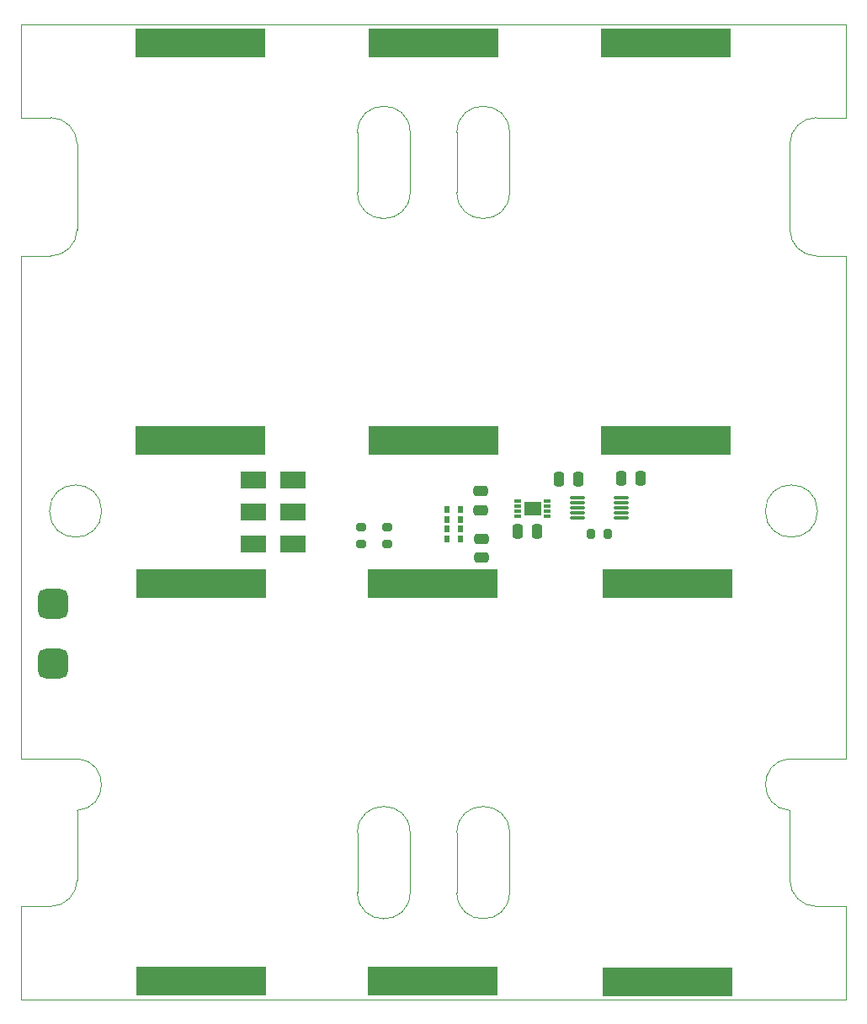
<source format=gbr>
%TF.GenerationSoftware,KiCad,Pcbnew,(6.0.9)*%
%TF.CreationDate,2023-01-30T20:43:42-08:00*%
%TF.ProjectId,solar-panel-NoCutout,736f6c61-722d-4706-916e-656c2d4e6f43,2.0*%
%TF.SameCoordinates,Original*%
%TF.FileFunction,Paste,Top*%
%TF.FilePolarity,Positive*%
%FSLAX46Y46*%
G04 Gerber Fmt 4.6, Leading zero omitted, Abs format (unit mm)*
G04 Created by KiCad (PCBNEW (6.0.9)) date 2023-01-30 20:43:42*
%MOMM*%
%LPD*%
G01*
G04 APERTURE LIST*
G04 Aperture macros list*
%AMRoundRect*
0 Rectangle with rounded corners*
0 $1 Rounding radius*
0 $2 $3 $4 $5 $6 $7 $8 $9 X,Y pos of 4 corners*
0 Add a 4 corners polygon primitive as box body*
4,1,4,$2,$3,$4,$5,$6,$7,$8,$9,$2,$3,0*
0 Add four circle primitives for the rounded corners*
1,1,$1+$1,$2,$3*
1,1,$1+$1,$4,$5*
1,1,$1+$1,$6,$7*
1,1,$1+$1,$8,$9*
0 Add four rect primitives between the rounded corners*
20,1,$1+$1,$2,$3,$4,$5,0*
20,1,$1+$1,$4,$5,$6,$7,0*
20,1,$1+$1,$6,$7,$8,$9,0*
20,1,$1+$1,$8,$9,$2,$3,0*%
G04 Aperture macros list end*
%TA.AperFunction,Profile*%
%ADD10C,0.050000*%
%TD*%
%ADD11R,0.750000X0.300000*%
%ADD12R,1.750000X1.450000*%
%ADD13R,13.000000X3.000000*%
%ADD14RoundRect,0.750000X0.750000X-0.750000X0.750000X0.750000X-0.750000X0.750000X-0.750000X-0.750000X0*%
%ADD15R,2.500000X1.700000*%
%ADD16RoundRect,0.250000X-0.475000X0.250000X-0.475000X-0.250000X0.475000X-0.250000X0.475000X0.250000X0*%
%ADD17RoundRect,0.250000X-0.250000X-0.475000X0.250000X-0.475000X0.250000X0.475000X-0.250000X0.475000X0*%
%ADD18RoundRect,0.250000X0.250000X0.475000X-0.250000X0.475000X-0.250000X-0.475000X0.250000X-0.475000X0*%
%ADD19R,0.600000X0.720000*%
%ADD20RoundRect,0.200000X0.275000X-0.200000X0.275000X0.200000X-0.275000X0.200000X-0.275000X-0.200000X0*%
%ADD21RoundRect,0.200000X0.200000X0.275000X-0.200000X0.275000X-0.200000X-0.275000X0.200000X-0.275000X0*%
%ADD22RoundRect,0.200000X-0.275000X0.200000X-0.275000X-0.200000X0.275000X-0.200000X0.275000X0.200000X0*%
%ADD23RoundRect,0.075000X-0.650000X-0.075000X0.650000X-0.075000X0.650000X0.075000X-0.650000X0.075000X0*%
G04 APERTURE END LIST*
D10*
X136850000Y-153000000D02*
X136850000Y-147000000D01*
X142150000Y-153000000D02*
X142150000Y-147000000D01*
X146850000Y-147000000D02*
X146850000Y-153000000D01*
X152150000Y-153000000D02*
X152150000Y-147000000D01*
X142150000Y-76600000D02*
X142150000Y-82600000D01*
X136850000Y-76600000D02*
X136850000Y-82600000D01*
X146850000Y-76600000D02*
X146850000Y-82600000D01*
X152150000Y-76600000D02*
X152150000Y-82600000D01*
X186000000Y-65750000D02*
X103000000Y-65750000D01*
X183125000Y-114650000D02*
G75*
G03*
X183125000Y-114650000I-2625000J0D01*
G01*
X108744606Y-139557190D02*
X103000000Y-139557190D01*
X180249992Y-139557104D02*
G75*
G03*
X180350001Y-144749999I250008J-2592596D01*
G01*
X186000000Y-163750000D02*
X186000000Y-156450000D01*
X186000000Y-73100000D02*
X186000000Y-65750000D01*
X106000000Y-75100000D02*
X103000000Y-75100000D01*
X108650000Y-77750000D02*
G75*
G03*
X106000000Y-75100000I-2650000J0D01*
G01*
X106000000Y-89000000D02*
G75*
G03*
X108650000Y-86350000I0J2650000D01*
G01*
X106000000Y-89000000D02*
X103000000Y-89000000D01*
X108650000Y-77750000D02*
X108650000Y-86350000D01*
X183000000Y-75100000D02*
G75*
G03*
X180350000Y-77750000I0J-2650000D01*
G01*
X180350000Y-86350000D02*
G75*
G03*
X183000000Y-89000000I2650000J0D01*
G01*
X183000000Y-75100000D02*
X186000000Y-75100000D01*
X180350000Y-77750000D02*
X180350000Y-86350000D01*
X183000000Y-89000000D02*
X186000000Y-89000000D01*
X103000000Y-65750000D02*
X103000000Y-75100000D01*
X103000000Y-89000000D02*
X103000000Y-139557190D01*
X103000000Y-154400000D02*
X103000000Y-163750000D01*
X186000000Y-156450000D02*
X186000000Y-154400000D01*
X186000000Y-75100000D02*
X186000000Y-73100000D01*
X185994606Y-139557190D02*
X180250000Y-139557190D01*
X136850000Y-82600000D02*
G75*
G03*
X142150000Y-82600000I2650000J0D01*
G01*
X108649999Y-144750000D02*
G75*
G03*
X108744606Y-139557190I-149999J2600000D01*
G01*
X108650000Y-151750000D02*
X108650000Y-144750000D01*
X152150000Y-76600000D02*
G75*
G03*
X146850000Y-76600000I-2650000J0D01*
G01*
X142150000Y-76600000D02*
G75*
G03*
X136850000Y-76600000I-2650000J0D01*
G01*
X103000000Y-163750000D02*
X186000000Y-163750000D01*
X142150000Y-147000000D02*
G75*
G03*
X136850000Y-147000000I-2650000J0D01*
G01*
X180350000Y-151750000D02*
X180350000Y-144750000D01*
X106000000Y-154400000D02*
X103000000Y-154400000D01*
X136850000Y-153000000D02*
G75*
G03*
X142150000Y-153000000I2650000J0D01*
G01*
X152150000Y-147000000D02*
G75*
G03*
X146850000Y-147000000I-2650000J0D01*
G01*
X106000000Y-154400000D02*
G75*
G03*
X108650000Y-151750000I0J2650000D01*
G01*
X180350000Y-151750000D02*
G75*
G03*
X183000000Y-154400000I2650000J0D01*
G01*
X146850000Y-153000000D02*
G75*
G03*
X152150000Y-153000000I2650000J0D01*
G01*
X183000000Y-154400000D02*
X186000000Y-154400000D01*
X186000000Y-89000000D02*
X185994606Y-139557190D01*
X146850000Y-82600000D02*
G75*
G03*
X152150000Y-82600000I2650000J0D01*
G01*
X111125000Y-114650000D02*
G75*
G03*
X111125000Y-114650000I-2625000J0D01*
G01*
D11*
%TO.C,U2*%
X155900000Y-115170000D03*
X155900000Y-114670000D03*
X155900000Y-114170000D03*
X155900000Y-113670000D03*
X153000000Y-113670000D03*
X153000000Y-114170000D03*
X153000000Y-114670000D03*
X153000000Y-115170000D03*
D12*
X154450000Y-114420000D03*
%TD*%
D13*
%TO.C,SC5*%
X167860000Y-67570000D03*
X167860000Y-107570000D03*
%TD*%
D14*
%TO.C,TP1*%
X106230000Y-123950000D03*
%TD*%
D15*
%TO.C,D3*%
X126400000Y-118000000D03*
X130400000Y-118000000D03*
%TD*%
D16*
%TO.C,C4*%
X149280000Y-112660000D03*
X149280000Y-114560000D03*
%TD*%
D14*
%TO.C,TP2*%
X106220000Y-130030000D03*
%TD*%
D15*
%TO.C,D1*%
X126360000Y-111540000D03*
X130360000Y-111540000D03*
%TD*%
D16*
%TO.C,C1*%
X149300000Y-117440000D03*
X149300000Y-119340000D03*
%TD*%
D13*
%TO.C,SC3*%
X144490000Y-67570000D03*
X144490000Y-107570000D03*
%TD*%
%TO.C,SC4*%
X144450000Y-121940000D03*
X144450000Y-161940000D03*
%TD*%
%TO.C,SC2*%
X121120000Y-121920000D03*
X121120000Y-161920000D03*
%TD*%
D15*
%TO.C,D2*%
X126360000Y-114750000D03*
X130360000Y-114750000D03*
%TD*%
D13*
%TO.C,SC6*%
X168000000Y-121970000D03*
X168000000Y-161970000D03*
%TD*%
D17*
%TO.C,C2*%
X153010000Y-116690000D03*
X154910000Y-116690000D03*
%TD*%
D18*
%TO.C,C5*%
X159050000Y-111450000D03*
X157150000Y-111450000D03*
%TD*%
D19*
%TO.C,U1*%
X145845000Y-117445000D03*
X145845000Y-116475000D03*
X145845000Y-115505000D03*
X145845000Y-114535000D03*
X147245000Y-114535000D03*
X147245000Y-115505000D03*
X147245000Y-116475000D03*
X147245000Y-117445000D03*
%TD*%
D20*
%TO.C,R2*%
X139870000Y-117940000D03*
X139870000Y-116290000D03*
%TD*%
D21*
%TO.C,R3*%
X161990000Y-116970000D03*
X160340000Y-116970000D03*
%TD*%
D22*
%TO.C,R1*%
X137250000Y-116290000D03*
X137250000Y-117940000D03*
%TD*%
D17*
%TO.C,C3*%
X163410000Y-111380000D03*
X165310000Y-111380000D03*
%TD*%
D13*
%TO.C,SC1*%
X121090000Y-67570000D03*
X121090000Y-107570000D03*
%TD*%
D23*
%TO.C,U3*%
X158980000Y-113350000D03*
X158980000Y-113850000D03*
X158980000Y-114350000D03*
X158980000Y-114850000D03*
X158980000Y-115350000D03*
X163380000Y-115350000D03*
X163380000Y-114850000D03*
X163380000Y-114350000D03*
X163380000Y-113850000D03*
X163380000Y-113350000D03*
%TD*%
M02*

</source>
